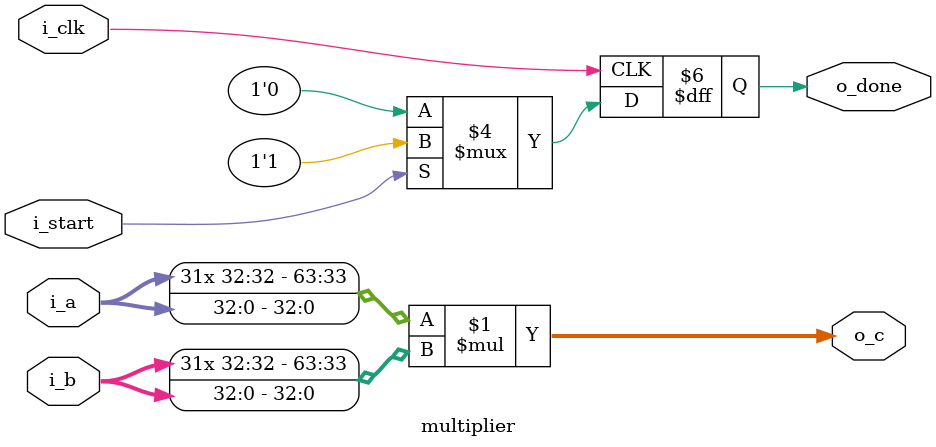
<source format=sv>
`timescale 1ns / 1ps

module multiplier(
    input i_clk, 
    input i_start, 
    input [32:0] i_a,
    input [32:0] i_b, 
    output logic [63:0] o_c, 
    output logic o_done);
    
    assign o_c = $signed(i_a)*$signed(i_b);
    
    always_ff@(posedge i_clk) begin
        if(i_start) begin
            o_done <= 1;
        end
        else begin
            o_done <= 0;
        end
    end
    
    
endmodule

</source>
